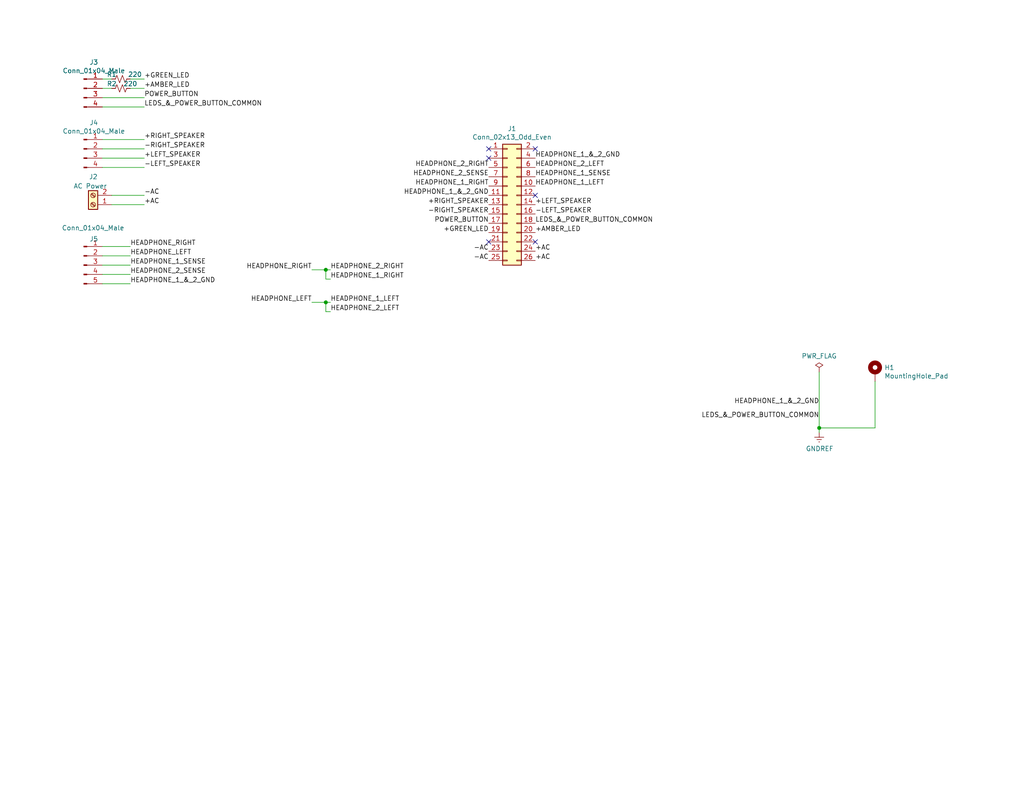
<source format=kicad_sch>
(kicad_sch (version 20211123) (generator eeschema)
  (paper "USLetter")
  (title_block (title "J22 Adapter Board") (date "2020-03-10") (rev "2") (comment 2 "the microphone, speakers and , 24VAC ") (comment 3 "J22 adapter board to interface to the power button,") (comment 4 "Rocky Hill"))
  (lib_symbols
    (symbol "Connector:Conn_01x04_Male" (pin_names (offset 1.016) hide)
      (property "Reference" "J" (at 0 5.08 0))
      (property "Value" "Conn_01x04_Male" (at 0 -7.62 0))
      (symbol "Conn_01x04_Male_1_1"
        (polyline (pts (xy 1.27 -5.08) (xy 0.8636 -5.08)) (stroke (width 0.1524)))
        (polyline (pts (xy 1.27 -2.54) (xy 0.8636 -2.54)) (stroke (width 0.1524)))
        (polyline (pts (xy 1.27 0) (xy 0.8636 0)) (stroke (width 0.1524)))
        (polyline (pts (xy 1.27 2.54) (xy 0.8636 2.54)) (stroke (width 0.1524)))
        (rectangle (start 0.8636 -4.953) (end 0 -5.207) (stroke (width 0.1524)) (fill (type outline)))
        (rectangle (start 0.8636 -2.413) (end 0 -2.667) (stroke (width 0.1524)) (fill (type outline)))
        (rectangle (start 0.8636 0.127) (end 0 -0.127) (stroke (width 0.1524)) (fill (type outline)))
        (rectangle (start 0.8636 2.667) (end 0 2.413) (stroke (width 0.1524)) (fill (type outline)))
        (pin passive line (at 5.08 2.54 180) (length 3.81) (name "Pin_1") (number "1"))
        (pin passive line (at 5.08 0 180) (length 3.81) (name "Pin_2") (number "2"))
        (pin passive line (at 5.08 -2.54 180) (length 3.81) (name "Pin_3") (number "3"))
        (pin passive line (at 5.08 -5.08 180) (length 3.81) (name "Pin_4") (number "4"))
      )
    )
    (symbol "Connector:Conn_01x05_Male" (pin_names (offset 1.016) hide)
      (property "Reference" "J" (at 0 7.62 0))
      (property "Value" "Conn_01x05_Male" (at 0 -7.62 0))
      (symbol "Conn_01x05_Male_1_1"
        (polyline (pts (xy 1.27 -5.08) (xy 0.8636 -5.08)) (stroke (width 0.1524)))
        (polyline (pts (xy 1.27 -2.54) (xy 0.8636 -2.54)) (stroke (width 0.1524)))
        (polyline (pts (xy 1.27 0) (xy 0.8636 0)) (stroke (width 0.1524)))
        (polyline (pts (xy 1.27 2.54) (xy 0.8636 2.54)) (stroke (width 0.1524)))
        (polyline (pts (xy 1.27 5.08) (xy 0.8636 5.08)) (stroke (width 0.1524)))
        (rectangle (start 0.8636 -4.953) (end 0 -5.207) (stroke (width 0.1524)) (fill (type outline)))
        (rectangle (start 0.8636 -2.413) (end 0 -2.667) (stroke (width 0.1524)) (fill (type outline)))
        (rectangle (start 0.8636 0.127) (end 0 -0.127) (stroke (width 0.1524)) (fill (type outline)))
        (rectangle (start 0.8636 2.667) (end 0 2.413) (stroke (width 0.1524)) (fill (type outline)))
        (rectangle (start 0.8636 5.207) (end 0 4.953) (stroke (width 0.1524)) (fill (type outline)))
        (pin passive line (at 5.08 5.08 180) (length 3.81) (name "Pin_1") (number "1"))
        (pin passive line (at 5.08 2.54 180) (length 3.81) (name "Pin_2") (number "2"))
        (pin passive line (at 5.08 0 180) (length 3.81) (name "Pin_3") (number "3"))
        (pin passive line (at 5.08 -2.54 180) (length 3.81) (name "Pin_4") (number "4"))
        (pin passive line (at 5.08 -5.08 180) (length 3.81) (name "Pin_5") (number "5"))
      )
    )
    (symbol "Connector:Screw_Terminal_01x02" (pin_names (offset 1.016) hide)
      (property "Reference" "J" (at 0 2.54 0))
      (property "Value" "Screw_Terminal_01x02" (at 0 -5.08 0))
      (symbol "Screw_Terminal_01x02_1_1"
        (rectangle (start -1.27 1.27) (end 1.27 -3.81) (stroke (width 0.254)) (fill (type background)))
        (circle (center 0 -2.54) (radius 0.635) (stroke (width 0.1524)))
        (polyline (pts (xy -0.5334 -2.2098) (xy 0.3302 -3.048)) (stroke (width 0.1524)))
        (polyline (pts (xy -0.5334 0.3302) (xy 0.3302 -0.508)) (stroke (width 0.1524)))
        (polyline (pts (xy -0.3556 -2.032) (xy 0.508 -2.8702)) (stroke (width 0.1524)))
        (polyline (pts (xy -0.3556 0.508) (xy 0.508 -0.3302)) (stroke (width 0.1524)))
        (circle (center 0 0) (radius 0.635) (stroke (width 0.1524)))
        (pin passive line (at -5.08 0 0) (length 3.81) (name "Pin_1") (number "1"))
        (pin passive line (at -5.08 -2.54 0) (length 3.81) (name "Pin_2") (number "2"))
      )
    )
    (symbol "Connector_Generic:Conn_02x13_Odd_Even" (pin_names (offset 1.016) hide)
      (property "Reference" "J" (at 1.27 17.78 0))
      (property "Value" "Conn_02x13_Odd_Even" (at 1.27 -17.78 0))
      (symbol "Conn_02x13_Odd_Even_1_1"
        (rectangle (start -1.27 -15.113) (end 0 -15.367) (stroke (width 0.1524)))
        (rectangle (start -1.27 -12.573) (end 0 -12.827) (stroke (width 0.1524)))
        (rectangle (start -1.27 -10.033) (end 0 -10.287) (stroke (width 0.1524)))
        (rectangle (start -1.27 -7.493) (end 0 -7.747) (stroke (width 0.1524)))
        (rectangle (start -1.27 -4.953) (end 0 -5.207) (stroke (width 0.1524)))
        (rectangle (start -1.27 -2.413) (end 0 -2.667) (stroke (width 0.1524)))
        (rectangle (start -1.27 0.127) (end 0 -0.127) (stroke (width 0.1524)))
        (rectangle (start -1.27 2.667) (end 0 2.413) (stroke (width 0.1524)))
        (rectangle (start -1.27 5.207) (end 0 4.953) (stroke (width 0.1524)))
        (rectangle (start -1.27 7.747) (end 0 7.493) (stroke (width 0.1524)))
        (rectangle (start -1.27 10.287) (end 0 10.033) (stroke (width 0.1524)))
        (rectangle (start -1.27 12.827) (end 0 12.573) (stroke (width 0.1524)))
        (rectangle (start -1.27 15.367) (end 0 15.113) (stroke (width 0.1524)))
        (rectangle (start -1.27 16.51) (end 3.81 -16.51) (stroke (width 0.254)) (fill (type background)))
        (rectangle (start 3.81 -15.113) (end 2.54 -15.367) (stroke (width 0.1524)))
        (rectangle (start 3.81 -12.573) (end 2.54 -12.827) (stroke (width 0.1524)))
        (rectangle (start 3.81 -10.033) (end 2.54 -10.287) (stroke (width 0.1524)))
        (rectangle (start 3.81 -7.493) (end 2.54 -7.747) (stroke (width 0.1524)))
        (rectangle (start 3.81 -4.953) (end 2.54 -5.207) (stroke (width 0.1524)))
        (rectangle (start 3.81 -2.413) (end 2.54 -2.667) (stroke (width 0.1524)))
        (rectangle (start 3.81 0.127) (end 2.54 -0.127) (stroke (width 0.1524)))
        (rectangle (start 3.81 2.667) (end 2.54 2.413) (stroke (width 0.1524)))
        (rectangle (start 3.81 5.207) (end 2.54 4.953) (stroke (width 0.1524)))
        (rectangle (start 3.81 7.747) (end 2.54 7.493) (stroke (width 0.1524)))
        (rectangle (start 3.81 10.287) (end 2.54 10.033) (stroke (width 0.1524)))
        (rectangle (start 3.81 12.827) (end 2.54 12.573) (stroke (width 0.1524)))
        (rectangle (start 3.81 15.367) (end 2.54 15.113) (stroke (width 0.1524)))
        (pin passive line (at -5.08 15.24 0) (length 3.81) (name "Pin_1") (number "1"))
        (pin passive line (at 7.62 5.08 180) (length 3.81) (name "Pin_10") (number "10"))
        (pin passive line (at -5.08 2.54 0) (length 3.81) (name "Pin_11") (number "11"))
        (pin passive line (at 7.62 2.54 180) (length 3.81) (name "Pin_12") (number "12"))
        (pin passive line (at -5.08 0 0) (length 3.81) (name "Pin_13") (number "13"))
        (pin passive line (at 7.62 0 180) (length 3.81) (name "Pin_14") (number "14"))
        (pin passive line (at -5.08 -2.54 0) (length 3.81) (name "Pin_15") (number "15"))
        (pin passive line (at 7.62 -2.54 180) (length 3.81) (name "Pin_16") (number "16"))
        (pin passive line (at -5.08 -5.08 0) (length 3.81) (name "Pin_17") (number "17"))
        (pin passive line (at 7.62 -5.08 180) (length 3.81) (name "Pin_18") (number "18"))
        (pin passive line (at -5.08 -7.62 0) (length 3.81) (name "Pin_19") (number "19"))
        (pin passive line (at 7.62 15.24 180) (length 3.81) (name "Pin_2") (number "2"))
        (pin passive line (at 7.62 -7.62 180) (length 3.81) (name "Pin_20") (number "20"))
        (pin passive line (at -5.08 -10.16 0) (length 3.81) (name "Pin_21") (number "21"))
        (pin passive line (at 7.62 -10.16 180) (length 3.81) (name "Pin_22") (number "22"))
        (pin passive line (at -5.08 -12.7 0) (length 3.81) (name "Pin_23") (number "23"))
        (pin passive line (at 7.62 -12.7 180) (length 3.81) (name "Pin_24") (number "24"))
        (pin passive line (at -5.08 -15.24 0) (length 3.81) (name "Pin_25") (number "25"))
        (pin passive line (at 7.62 -15.24 180) (length 3.81) (name "Pin_26") (number "26"))
        (pin passive line (at -5.08 12.7 0) (length 3.81) (name "Pin_3") (number "3"))
        (pin passive line (at 7.62 12.7 180) (length 3.81) (name "Pin_4") (number "4"))
        (pin passive line (at -5.08 10.16 0) (length 3.81) (name "Pin_5") (number "5"))
        (pin passive line (at 7.62 10.16 180) (length 3.81) (name "Pin_6") (number "6"))
        (pin passive line (at -5.08 7.62 0) (length 3.81) (name "Pin_7") (number "7"))
        (pin passive line (at 7.62 7.62 180) (length 3.81) (name "Pin_8") (number "8"))
        (pin passive line (at -5.08 5.08 0) (length 3.81) (name "Pin_9") (number "9"))
      )
    )
    (symbol "Device:R_Small_US" (pin_numbers hide) (pin_names (offset 0.254) hide)
      (property "Reference" "R" (at 0.762 0.508 0))
      (property "Value" "R_Small_US" (at 0.762 -1.016 0))
      (symbol "R_Small_US_1_1"
        (polyline (pts (xy 0 0) (xy 1.016 -0.381) (xy 0 -0.762) (xy -1.016 -1.143) (xy 0 -1.524)))
        (polyline (pts (xy 0 1.524) (xy 1.016 1.143) (xy 0 0.762) (xy -1.016 0.381) (xy 0 0)))
        (pin passive line (at 0 2.54 270) (length 1.016) (name "~") (number "1"))
        (pin passive line (at 0 -2.54 90) (length 1.016) (name "~") (number "2"))
      )
    )
    (symbol "Mechanical:MountingHole_Pad" (pin_numbers hide) (pin_names (offset 1.016) hide)
      (property "Reference" "H" (at 0 6.35 0))
      (property "Value" "MountingHole_Pad" (at 0 4.445 0))
      (symbol "MountingHole_Pad_0_1"
        (circle (center 0 1.27) (radius 1.27) (stroke (width 1.27)))
      )
      (symbol "MountingHole_Pad_1_1"
        (pin input line (at 0 -2.54 90) (length 2.54) (name "1") (number "1"))
      )
    )
    (symbol "power:GNDREF" (power) (pin_names (offset 0))
      (property "Value" "GNDREF" (at 0 -3.81 0))
      (symbol "GNDREF_0_1"
        (polyline (pts (xy -0.635 -1.905) (xy 0.635 -1.905)))
        (polyline (pts (xy -0.127 -2.54) (xy 0.127 -2.54)))
        (polyline (pts (xy 0 -1.27) (xy 0 0)))
        (polyline (pts (xy 1.27 -1.27) (xy -1.27 -1.27)))
      )
      (symbol "GNDREF_1_1"
        (pin power_in line (at 0 0 270) (length 0) hide (name "GNDREF") (number "1"))
      )
    )
    (symbol "power:PWR_FLAG" (power) (pin_numbers hide) (pin_names (offset 0) hide)
      (property "Value" "PWR_FLAG" (at 0 3.81 0))
      (symbol "PWR_FLAG_0_0"
        (pin power_out line (at 0 0 90) (length 0) (name "pwr") (number "1"))
      )
      (symbol "PWR_FLAG_0_1"
        (polyline (pts (xy 0 0) (xy 0 1.27) (xy -1.016 1.905) (xy 0 2.54) (xy 1.016 1.905) (xy 0 1.27)))
      )
    )
  )
  (junction (at 223.52 116.84))
  (junction (at 88.9 82.55))
  (junction (at 88.9 73.66))
  (no_connect (at 146.05 53.34))
  (no_connect (at 133.35 43.18))
  (no_connect (at 133.35 66.04))
  (no_connect (at 146.05 40.64))
  (no_connect (at 146.05 66.04))
  (no_connect (at 133.35 40.64))
  (wire (pts (xy 238.76 116.84) (xy 223.52 116.84)))
  (wire (pts (xy 35.56 24.13) (xy 39.37 24.13)))
  (wire (pts (xy 27.94 74.93) (xy 35.56 74.93)))
  (wire (pts (xy 27.94 38.1) (xy 39.37 38.1)))
  (wire (pts (xy 27.94 72.39) (xy 35.56 72.39)))
  (wire (pts (xy 27.94 69.85) (xy 35.56 69.85)))
  (wire (pts (xy 27.94 77.47) (xy 35.56 77.47)))
  (wire (pts (xy 27.94 67.31) (xy 35.56 67.31)))
  (wire (pts (xy 88.9 73.66) (xy 90.17 73.66)))
  (wire (pts (xy 88.9 82.55) (xy 90.17 82.55)))
  (wire (pts (xy 85.09 73.66) (xy 88.9 73.66)))
  (wire (pts (xy 35.56 21.59) (xy 39.37 21.59)))
  (wire (pts (xy 88.9 82.55) (xy 88.9 85.09)))
  (wire (pts (xy 27.94 26.67) (xy 39.37 26.67)))
  (wire (pts (xy 27.94 45.72) (xy 39.37 45.72)))
  (wire (pts (xy 85.09 82.55) (xy 88.9 82.55)))
  (wire (pts (xy 27.94 21.59) (xy 30.48 21.59)))
  (wire (pts (xy 27.94 24.13) (xy 30.48 24.13)))
  (wire (pts (xy 27.94 43.18) (xy 39.37 43.18)))
  (wire (pts (xy 30.48 53.34) (xy 39.37 53.34)))
  (wire (pts (xy 27.94 40.64) (xy 39.37 40.64)))
  (wire (pts (xy 223.52 101.6) (xy 223.52 116.84)))
  (wire (pts (xy 30.48 55.88) (xy 39.37 55.88)))
  (wire (pts (xy 88.9 85.09) (xy 90.17 85.09)))
  (wire (pts (xy 223.52 116.84) (xy 223.52 118.11)))
  (wire (pts (xy 238.76 104.14) (xy 238.76 116.84)))
  (wire (pts (xy 88.9 76.2) (xy 90.17 76.2)))
  (wire (pts (xy 27.94 29.21) (xy 39.37 29.21)))
  (wire (pts (xy 88.9 73.66) (xy 88.9 76.2)))
  (label "LEDS_&_POWER_BUTTON_COMMON" (at 39.37 29.21 0))
  (label "HEADPHONE_2_SENSE" (at 133.35 48.26 180))
  (label "LEDS_&_POWER_BUTTON_COMMON" (at 223.52 114.3 180))
  (label "HEADPHONE_2_RIGHT" (at 133.35 45.72 180))
  (label "HEADPHONE_2_LEFT" (at 146.05 45.72 0))
  (label "-RIGHT_SPEAKER" (at 133.35 58.42 180))
  (label "-LEFT_SPEAKER" (at 146.05 58.42 0))
  (label "HEADPHONE_RIGHT" (at 35.56 67.31 0))
  (label "+RIGHT_SPEAKER" (at 39.37 38.1 0))
  (label "HEADPHONE_2_RIGHT" (at 90.17 73.66 0))
  (label "-AC" (at 133.35 71.12 180))
  (label "+GREEN_LED" (at 133.35 63.5 180))
  (label "+LEFT_SPEAKER" (at 146.05 55.88 0))
  (label "+AMBER_LED" (at 39.37 24.13 0))
  (label "LEDS_&_POWER_BUTTON_COMMON" (at 146.05 60.96 0))
  (label "+AMBER_LED" (at 146.05 63.5 0))
  (label "+RIGHT_SPEAKER" (at 133.35 55.88 180))
  (label "HEADPHONE_1_&_2_GND" (at 35.56 77.47 0))
  (label "HEADPHONE_1_&_2_GND" (at 146.05 43.18 0))
  (label "HEADPHONE_2_LEFT" (at 90.17 85.09 0))
  (label "+AC" (at 146.05 68.58 0))
  (label "POWER_BUTTON" (at 39.37 26.67 0))
  (label "HEADPHONE_1_RIGHT" (at 90.17 76.2 0))
  (label "HEADPHONE_LEFT" (at 35.56 69.85 0))
  (label "HEADPHONE_1_&_2_GND" (at 133.35 53.34 180))
  (label "HEADPHONE_1_LEFT" (at 90.17 82.55 0))
  (label "HEADPHONE_1_&_2_GND" (at 223.52 110.49 180))
  (label "HEADPHONE_2_SENSE" (at 35.56 74.93 0))
  (label "+AC" (at 146.05 71.12 0))
  (label "-AC" (at 133.35 68.58 180))
  (label "-RIGHT_SPEAKER" (at 39.37 40.64 0))
  (label "HEADPHONE_1_LEFT" (at 146.05 50.8 0))
  (label "-AC" (at 39.37 53.34 0))
  (label "-LEFT_SPEAKER" (at 39.37 45.72 0))
  (label "POWER_BUTTON" (at 133.35 60.96 180))
  (label "+GREEN_LED" (at 39.37 21.59 0))
  (label "+AC" (at 39.37 55.88 0))
  (label "HEADPHONE_1_SENSE" (at 35.56 72.39 0))
  (label "+LEFT_SPEAKER" (at 39.37 43.18 0))
  (label "HEADPHONE_1_RIGHT" (at 133.35 50.8 180))
  (label "HEADPHONE_1_SENSE" (at 146.05 48.26 0))
  (label "HEADPHONE_RIGHT" (at 85.09 73.66 180))
  (label "HEADPHONE_LEFT" (at 85.09 82.55 180))
  (symbol (lib_id "Connector_Generic:Conn_02x13_Odd_Even") (at 138.43 55.88 0) (unit 1)
    (property "Reference" "J1" (at 139.7 35.1282 0))
    (property "Value" "Conn_02x13_Odd_Even" (at 139.7 37.4396 0))
    (property "Footprint" "Connector_PinHeader_2.54mm:PinHeader_2x13_P2.54mm_Vertical" (effects hide))
    (property "Datasheet" "https://cdn.amphenol-icc.com/media/wysiwyg/files/drawing/67996.pdf" (effects hide))
    (property "Vendor" "digikey" (effects hide))
    (property "Part#" "3M156308-26-ND" (effects hide))
  )
  (symbol (lib_id "Mechanical:MountingHole_Pad") (at 238.76 101.6 0) (unit 1)
    (property "Reference" "H1" (at 241.3 100.3554 0) (effects (justify left)))
    (property "Value" "MountingHole_Pad" (at 241.3 102.6668 0) (effects (justify left)))
    (property "Footprint" "MountingHole:MountingHole_3.5mm_Pad_Via" (effects hide))
  )
  (symbol (lib_id "power:GNDREF") (at 223.52 118.11 0) (unit 1)
    (property "Reference" "#PWR01" (effects hide))
    (property "Value" "GNDREF" (at 223.647 122.5042 0))
  )
  (symbol (lib_id "Device:R_Small_US") (at 33.02 24.13 270) (unit 1)
    (property "Reference" "R2" (at 30.48 22.86 90))
    (property "Value" "220" (at 35.56 22.86 90))
    (property "Footprint" "Resistor_THT:R_Axial_DIN0207_L6.3mm_D2.5mm_P7.62mm_Horizontal" (effects hide))
    (property "Datasheet" "https://www.seielect.com/catalog/sei-cf_cfm.pdf" (effects hide))
    (property "Vendor" "digikey" (effects hide))
    (property "Part#" "CF14JT220RCT-ND" (effects hide))
  )
  (symbol (lib_id "Device:R_Small_US") (at 33.02 21.59 270) (unit 1)
    (property "Reference" "R1" (at 30.48 20.32 90))
    (property "Value" "220" (at 36.83 20.32 90))
    (property "Footprint" "Resistor_THT:R_Axial_DIN0207_L6.3mm_D2.5mm_P7.62mm_Horizontal" (effects hide))
    (property "Datasheet" "https://www.seielect.com/catalog/sei-cf_cfm.pdf" (effects hide))
    (property "Vendor" "digikey" (effects hide))
    (property "Part#" "CF14JT220RCT-ND" (effects hide))
  )
  (symbol (lib_id "power:PWR_FLAG") (at 223.52 101.6 0) (unit 1)
    (property "Reference" "#FLG0101" (effects hide))
    (property "Value" "PWR_FLAG" (at 223.52 97.2058 0))
  )
  (symbol (lib_id "Connector:Screw_Terminal_01x02") (at 25.4 55.88 180) (unit 1)
    (property "Reference" "J2" (at 26.67 48.26 0) (effects (justify left)))
    (property "Value" "AC Power" (at 29.21 50.8 0) (effects (justify left)))
    (property "Footprint" "TerminalBlock_Phoenix:TerminalBlock_Phoenix_PT-1,5-2-5.0-H_1x02_P5.00mm_Horizontal" (effects hide))
    (property "Datasheet" "https://www.phoenixcontact.com/pxc-oc-itemdetail-pdf-web/eshop?lineItemType=LineItem&UID=1935857" (effects hide))
    (property "Vendor" "digikey" (effects hide))
    (property "Part#" "277-6405-ND" (effects hide))
  )
  (symbol (lib_id "Connector:Conn_01x04_Male") (at 22.86 24.13 0) (unit 1)
    (property "Reference" "J3" (at 25.6032 16.9926 0))
    (property "Value" "Conn_01x04_Male" (at 25.6032 19.304 0))
    (property "Footprint" "Connector_JST:JST_XH_B4B-XH-A_1x04_P2.50mm_Vertical" (effects hide))
    (property "Vendor" "digikey" (effects hide))
    (property "Part#" "455-2249-ND" (effects hide))
  )
  (symbol (lib_id "Connector:Conn_01x04_Male") (at 22.86 40.64 0) (unit 1)
    (property "Reference" "J4" (at 25.6032 33.5026 0))
    (property "Value" "Conn_01x04_Male" (at 25.6032 35.814 0))
    (property "Footprint" "Connector_JST:JST_XH_B4B-XH-A_1x04_P2.50mm_Vertical" (effects hide))
    (property "Vendor" "digikey" (effects hide))
    (property "Part#" "455-2249-ND" (effects hide))
  )
  (symbol (lib_id "Connector:Conn_01x05_Male") (at 22.86 72.39 0) (unit 1)
    (property "Reference" "J5" (at 25.6032 65.2526 0))
    (property "Value" "Conn_01x04_Male" (at 25.4 62.23 0))
    (property "Footprint" "Connector_JST:JST_XH_B5B-XH-A_1x05_P2.50mm_Vertical" (effects hide))
    (property "Vendor" "digikey" (effects hide))
    (property "Part#" "455-2270-ND" (effects hide))
  )
)
</source>
